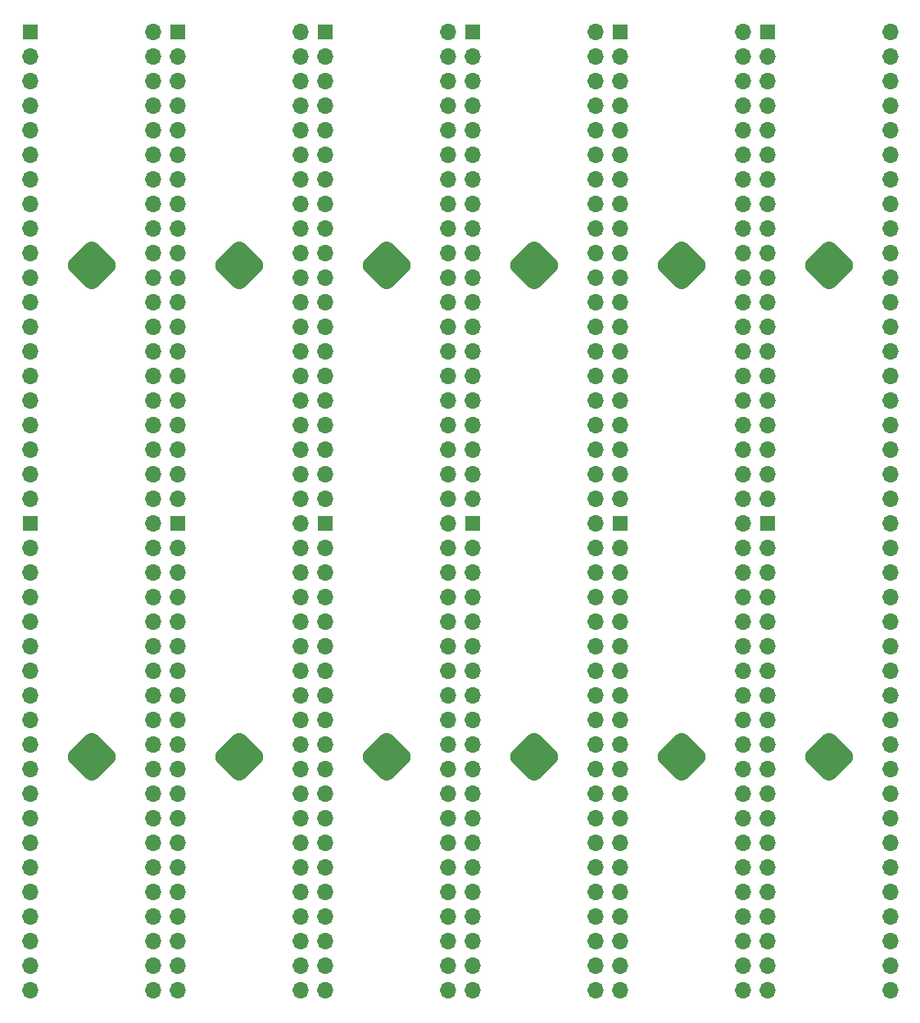
<source format=gbl>
%TF.GenerationSoftware,KiCad,Pcbnew,7.0.6*%
%TF.CreationDate,2023-08-27T21:43:50+09:00*%
%TF.ProjectId,QFN40_6x6_DIP_panelized,51464e34-305f-4367-9836-5f4449505f70,rev?*%
%TF.SameCoordinates,Original*%
%TF.FileFunction,Copper,L2,Bot*%
%TF.FilePolarity,Positive*%
%FSLAX46Y46*%
G04 Gerber Fmt 4.6, Leading zero omitted, Abs format (unit mm)*
G04 Created by KiCad (PCBNEW 7.0.6) date 2023-08-27 21:43:50*
%MOMM*%
%LPD*%
G01*
G04 APERTURE LIST*
G04 Aperture macros list*
%AMRoundRect*
0 Rectangle with rounded corners*
0 $1 Rounding radius*
0 $2 $3 $4 $5 $6 $7 $8 $9 X,Y pos of 4 corners*
0 Add a 4 corners polygon primitive as box body*
4,1,4,$2,$3,$4,$5,$6,$7,$8,$9,$2,$3,0*
0 Add four circle primitives for the rounded corners*
1,1,$1+$1,$2,$3*
1,1,$1+$1,$4,$5*
1,1,$1+$1,$6,$7*
1,1,$1+$1,$8,$9*
0 Add four rect primitives between the rounded corners*
20,1,$1+$1,$2,$3,$4,$5,0*
20,1,$1+$1,$4,$5,$6,$7,0*
20,1,$1+$1,$6,$7,$8,$9,0*
20,1,$1+$1,$8,$9,$2,$3,0*%
G04 Aperture macros list end*
%TA.AperFunction,ComponentPad*%
%ADD10R,1.600000X1.600000*%
%TD*%
%TA.AperFunction,ComponentPad*%
%ADD11O,1.700000X1.700000*%
%TD*%
%TA.AperFunction,ComponentPad*%
%ADD12RoundRect,0.800000X-1.697056X0.000000X0.000000X-1.697056X1.697056X0.000000X0.000000X1.697056X0*%
%TD*%
G04 APERTURE END LIST*
D10*
X114300000Y-96520000D03*
D11*
X114300000Y-99060000D03*
X114300000Y-101600000D03*
X114300000Y-104140000D03*
X114300000Y-106680000D03*
X114300000Y-109220000D03*
X114300000Y-111760000D03*
X114300000Y-114300000D03*
X114300000Y-116840000D03*
X114300000Y-119380000D03*
X114300000Y-121920000D03*
X114300000Y-124460000D03*
X114300000Y-127000000D03*
X114300000Y-129540000D03*
X114300000Y-132080000D03*
X114300000Y-134620000D03*
X114300000Y-137160000D03*
X114300000Y-139700000D03*
X114300000Y-142240000D03*
X114300000Y-144780000D03*
X127000000Y-96520000D03*
X127000000Y-99060000D03*
X127000000Y-101600000D03*
X127000000Y-104140000D03*
X127000000Y-106680000D03*
X127000000Y-109220000D03*
X127000000Y-111760000D03*
X127000000Y-114300000D03*
X127000000Y-116840000D03*
X127000000Y-119380000D03*
X127000000Y-121920000D03*
X127000000Y-124460000D03*
X127000000Y-127000000D03*
X127000000Y-129540000D03*
X127000000Y-132080000D03*
X127000000Y-134620000D03*
X127000000Y-137160000D03*
X127000000Y-139700000D03*
X127000000Y-142240000D03*
X127000000Y-144780000D03*
D10*
X129540000Y-96520000D03*
D11*
X129540000Y-99060000D03*
X129540000Y-101600000D03*
X129540000Y-104140000D03*
X129540000Y-106680000D03*
X129540000Y-109220000D03*
X129540000Y-111760000D03*
X129540000Y-114300000D03*
X129540000Y-116840000D03*
X129540000Y-119380000D03*
X129540000Y-121920000D03*
X129540000Y-124460000D03*
X129540000Y-127000000D03*
X129540000Y-129540000D03*
X129540000Y-132080000D03*
X129540000Y-134620000D03*
X129540000Y-137160000D03*
X129540000Y-139700000D03*
X129540000Y-142240000D03*
X129540000Y-144780000D03*
X142240000Y-96520000D03*
X142240000Y-99060000D03*
X142240000Y-101600000D03*
X142240000Y-104140000D03*
X142240000Y-106680000D03*
X142240000Y-109220000D03*
X142240000Y-111760000D03*
X142240000Y-114300000D03*
X142240000Y-116840000D03*
X142240000Y-119380000D03*
X142240000Y-121920000D03*
X142240000Y-124460000D03*
X142240000Y-127000000D03*
X142240000Y-129540000D03*
X142240000Y-132080000D03*
X142240000Y-134620000D03*
X142240000Y-137160000D03*
X142240000Y-139700000D03*
X142240000Y-142240000D03*
X142240000Y-144780000D03*
D12*
X105410000Y-120650000D03*
D10*
X99060000Y-96520000D03*
D11*
X99060000Y-99060000D03*
X99060000Y-101600000D03*
X99060000Y-104140000D03*
X99060000Y-106680000D03*
X99060000Y-109220000D03*
X99060000Y-111760000D03*
X99060000Y-114300000D03*
X99060000Y-116840000D03*
X99060000Y-119380000D03*
X99060000Y-121920000D03*
X99060000Y-124460000D03*
X99060000Y-127000000D03*
X99060000Y-129540000D03*
X99060000Y-132080000D03*
X99060000Y-134620000D03*
X99060000Y-137160000D03*
X99060000Y-139700000D03*
X99060000Y-142240000D03*
X99060000Y-144780000D03*
X81280000Y-96520000D03*
X81280000Y-99060000D03*
X81280000Y-101600000D03*
X81280000Y-104140000D03*
X81280000Y-106680000D03*
X81280000Y-109220000D03*
X81280000Y-111760000D03*
X81280000Y-114300000D03*
X81280000Y-116840000D03*
X81280000Y-119380000D03*
X81280000Y-121920000D03*
X81280000Y-124460000D03*
X81280000Y-127000000D03*
X81280000Y-129540000D03*
X81280000Y-132080000D03*
X81280000Y-134620000D03*
X81280000Y-137160000D03*
X81280000Y-139700000D03*
X81280000Y-142240000D03*
X81280000Y-144780000D03*
D10*
X68580000Y-96520000D03*
D11*
X68580000Y-99060000D03*
X68580000Y-101600000D03*
X68580000Y-104140000D03*
X68580000Y-106680000D03*
X68580000Y-109220000D03*
X68580000Y-111760000D03*
X68580000Y-114300000D03*
X68580000Y-116840000D03*
X68580000Y-119380000D03*
X68580000Y-121920000D03*
X68580000Y-124460000D03*
X68580000Y-127000000D03*
X68580000Y-129540000D03*
X68580000Y-132080000D03*
X68580000Y-134620000D03*
X68580000Y-137160000D03*
X68580000Y-139700000D03*
X68580000Y-142240000D03*
X68580000Y-144780000D03*
D12*
X90170000Y-120650000D03*
D11*
X96520000Y-96520000D03*
X96520000Y-99060000D03*
X96520000Y-101600000D03*
X96520000Y-104140000D03*
X96520000Y-106680000D03*
X96520000Y-109220000D03*
X96520000Y-111760000D03*
X96520000Y-114300000D03*
X96520000Y-116840000D03*
X96520000Y-119380000D03*
X96520000Y-121920000D03*
X96520000Y-124460000D03*
X96520000Y-127000000D03*
X96520000Y-129540000D03*
X96520000Y-132080000D03*
X96520000Y-134620000D03*
X96520000Y-137160000D03*
X96520000Y-139700000D03*
X96520000Y-142240000D03*
X96520000Y-144780000D03*
D10*
X53340000Y-96520000D03*
D11*
X53340000Y-99060000D03*
X53340000Y-101600000D03*
X53340000Y-104140000D03*
X53340000Y-106680000D03*
X53340000Y-109220000D03*
X53340000Y-111760000D03*
X53340000Y-114300000D03*
X53340000Y-116840000D03*
X53340000Y-119380000D03*
X53340000Y-121920000D03*
X53340000Y-124460000D03*
X53340000Y-127000000D03*
X53340000Y-129540000D03*
X53340000Y-132080000D03*
X53340000Y-134620000D03*
X53340000Y-137160000D03*
X53340000Y-139700000D03*
X53340000Y-142240000D03*
X53340000Y-144780000D03*
D12*
X74930000Y-120650000D03*
D11*
X66040000Y-96520000D03*
X66040000Y-99060000D03*
X66040000Y-101600000D03*
X66040000Y-104140000D03*
X66040000Y-106680000D03*
X66040000Y-109220000D03*
X66040000Y-111760000D03*
X66040000Y-114300000D03*
X66040000Y-116840000D03*
X66040000Y-119380000D03*
X66040000Y-121920000D03*
X66040000Y-124460000D03*
X66040000Y-127000000D03*
X66040000Y-129540000D03*
X66040000Y-132080000D03*
X66040000Y-134620000D03*
X66040000Y-137160000D03*
X66040000Y-139700000D03*
X66040000Y-142240000D03*
X66040000Y-144780000D03*
X111760000Y-96520000D03*
X111760000Y-99060000D03*
X111760000Y-101600000D03*
X111760000Y-104140000D03*
X111760000Y-106680000D03*
X111760000Y-109220000D03*
X111760000Y-111760000D03*
X111760000Y-114300000D03*
X111760000Y-116840000D03*
X111760000Y-119380000D03*
X111760000Y-121920000D03*
X111760000Y-124460000D03*
X111760000Y-127000000D03*
X111760000Y-129540000D03*
X111760000Y-132080000D03*
X111760000Y-134620000D03*
X111760000Y-137160000D03*
X111760000Y-139700000D03*
X111760000Y-142240000D03*
X111760000Y-144780000D03*
D10*
X83820000Y-96520000D03*
D11*
X83820000Y-99060000D03*
X83820000Y-101600000D03*
X83820000Y-104140000D03*
X83820000Y-106680000D03*
X83820000Y-109220000D03*
X83820000Y-111760000D03*
X83820000Y-114300000D03*
X83820000Y-116840000D03*
X83820000Y-119380000D03*
X83820000Y-121920000D03*
X83820000Y-124460000D03*
X83820000Y-127000000D03*
X83820000Y-129540000D03*
X83820000Y-132080000D03*
X83820000Y-134620000D03*
X83820000Y-137160000D03*
X83820000Y-139700000D03*
X83820000Y-142240000D03*
X83820000Y-144780000D03*
D12*
X135890000Y-120650000D03*
X120650000Y-120650000D03*
X59690000Y-120650000D03*
D10*
X129540000Y-45720000D03*
D11*
X129540000Y-48260000D03*
X129540000Y-50800000D03*
X129540000Y-53340000D03*
X129540000Y-55880000D03*
X129540000Y-58420000D03*
X129540000Y-60960000D03*
X129540000Y-63500000D03*
X129540000Y-66040000D03*
X129540000Y-68580000D03*
X129540000Y-71120000D03*
X129540000Y-73660000D03*
X129540000Y-76200000D03*
X129540000Y-78740000D03*
X129540000Y-81280000D03*
X129540000Y-83820000D03*
X129540000Y-86360000D03*
X129540000Y-88900000D03*
X129540000Y-91440000D03*
X129540000Y-93980000D03*
X142240000Y-45720000D03*
X142240000Y-48260000D03*
X142240000Y-50800000D03*
X142240000Y-53340000D03*
X142240000Y-55880000D03*
X142240000Y-58420000D03*
X142240000Y-60960000D03*
X142240000Y-63500000D03*
X142240000Y-66040000D03*
X142240000Y-68580000D03*
X142240000Y-71120000D03*
X142240000Y-73660000D03*
X142240000Y-76200000D03*
X142240000Y-78740000D03*
X142240000Y-81280000D03*
X142240000Y-83820000D03*
X142240000Y-86360000D03*
X142240000Y-88900000D03*
X142240000Y-91440000D03*
X142240000Y-93980000D03*
D12*
X135890000Y-69850000D03*
X120650000Y-69850000D03*
D10*
X114300000Y-45720000D03*
D11*
X114300000Y-48260000D03*
X114300000Y-50800000D03*
X114300000Y-53340000D03*
X114300000Y-55880000D03*
X114300000Y-58420000D03*
X114300000Y-60960000D03*
X114300000Y-63500000D03*
X114300000Y-66040000D03*
X114300000Y-68580000D03*
X114300000Y-71120000D03*
X114300000Y-73660000D03*
X114300000Y-76200000D03*
X114300000Y-78740000D03*
X114300000Y-81280000D03*
X114300000Y-83820000D03*
X114300000Y-86360000D03*
X114300000Y-88900000D03*
X114300000Y-91440000D03*
X114300000Y-93980000D03*
X127000000Y-45720000D03*
X127000000Y-48260000D03*
X127000000Y-50800000D03*
X127000000Y-53340000D03*
X127000000Y-55880000D03*
X127000000Y-58420000D03*
X127000000Y-60960000D03*
X127000000Y-63500000D03*
X127000000Y-66040000D03*
X127000000Y-68580000D03*
X127000000Y-71120000D03*
X127000000Y-73660000D03*
X127000000Y-76200000D03*
X127000000Y-78740000D03*
X127000000Y-81280000D03*
X127000000Y-83820000D03*
X127000000Y-86360000D03*
X127000000Y-88900000D03*
X127000000Y-91440000D03*
X127000000Y-93980000D03*
D12*
X105410000Y-69850000D03*
D11*
X111760000Y-45720000D03*
X111760000Y-48260000D03*
X111760000Y-50800000D03*
X111760000Y-53340000D03*
X111760000Y-55880000D03*
X111760000Y-58420000D03*
X111760000Y-60960000D03*
X111760000Y-63500000D03*
X111760000Y-66040000D03*
X111760000Y-68580000D03*
X111760000Y-71120000D03*
X111760000Y-73660000D03*
X111760000Y-76200000D03*
X111760000Y-78740000D03*
X111760000Y-81280000D03*
X111760000Y-83820000D03*
X111760000Y-86360000D03*
X111760000Y-88900000D03*
X111760000Y-91440000D03*
X111760000Y-93980000D03*
D10*
X99060000Y-45720000D03*
D11*
X99060000Y-48260000D03*
X99060000Y-50800000D03*
X99060000Y-53340000D03*
X99060000Y-55880000D03*
X99060000Y-58420000D03*
X99060000Y-60960000D03*
X99060000Y-63500000D03*
X99060000Y-66040000D03*
X99060000Y-68580000D03*
X99060000Y-71120000D03*
X99060000Y-73660000D03*
X99060000Y-76200000D03*
X99060000Y-78740000D03*
X99060000Y-81280000D03*
X99060000Y-83820000D03*
X99060000Y-86360000D03*
X99060000Y-88900000D03*
X99060000Y-91440000D03*
X99060000Y-93980000D03*
X96520000Y-45720000D03*
X96520000Y-48260000D03*
X96520000Y-50800000D03*
X96520000Y-53340000D03*
X96520000Y-55880000D03*
X96520000Y-58420000D03*
X96520000Y-60960000D03*
X96520000Y-63500000D03*
X96520000Y-66040000D03*
X96520000Y-68580000D03*
X96520000Y-71120000D03*
X96520000Y-73660000D03*
X96520000Y-76200000D03*
X96520000Y-78740000D03*
X96520000Y-81280000D03*
X96520000Y-83820000D03*
X96520000Y-86360000D03*
X96520000Y-88900000D03*
X96520000Y-91440000D03*
X96520000Y-93980000D03*
D10*
X83820000Y-45720000D03*
D11*
X83820000Y-48260000D03*
X83820000Y-50800000D03*
X83820000Y-53340000D03*
X83820000Y-55880000D03*
X83820000Y-58420000D03*
X83820000Y-60960000D03*
X83820000Y-63500000D03*
X83820000Y-66040000D03*
X83820000Y-68580000D03*
X83820000Y-71120000D03*
X83820000Y-73660000D03*
X83820000Y-76200000D03*
X83820000Y-78740000D03*
X83820000Y-81280000D03*
X83820000Y-83820000D03*
X83820000Y-86360000D03*
X83820000Y-88900000D03*
X83820000Y-91440000D03*
X83820000Y-93980000D03*
D12*
X90170000Y-69850000D03*
D10*
X68580000Y-45720000D03*
D11*
X68580000Y-48260000D03*
X68580000Y-50800000D03*
X68580000Y-53340000D03*
X68580000Y-55880000D03*
X68580000Y-58420000D03*
X68580000Y-60960000D03*
X68580000Y-63500000D03*
X68580000Y-66040000D03*
X68580000Y-68580000D03*
X68580000Y-71120000D03*
X68580000Y-73660000D03*
X68580000Y-76200000D03*
X68580000Y-78740000D03*
X68580000Y-81280000D03*
X68580000Y-83820000D03*
X68580000Y-86360000D03*
X68580000Y-88900000D03*
X68580000Y-91440000D03*
X68580000Y-93980000D03*
X81280000Y-45720000D03*
X81280000Y-48260000D03*
X81280000Y-50800000D03*
X81280000Y-53340000D03*
X81280000Y-55880000D03*
X81280000Y-58420000D03*
X81280000Y-60960000D03*
X81280000Y-63500000D03*
X81280000Y-66040000D03*
X81280000Y-68580000D03*
X81280000Y-71120000D03*
X81280000Y-73660000D03*
X81280000Y-76200000D03*
X81280000Y-78740000D03*
X81280000Y-81280000D03*
X81280000Y-83820000D03*
X81280000Y-86360000D03*
X81280000Y-88900000D03*
X81280000Y-91440000D03*
X81280000Y-93980000D03*
D12*
X74930000Y-69850000D03*
D10*
X53340000Y-45720000D03*
D11*
X53340000Y-48260000D03*
X53340000Y-50800000D03*
X53340000Y-53340000D03*
X53340000Y-55880000D03*
X53340000Y-58420000D03*
X53340000Y-60960000D03*
X53340000Y-63500000D03*
X53340000Y-66040000D03*
X53340000Y-68580000D03*
X53340000Y-71120000D03*
X53340000Y-73660000D03*
X53340000Y-76200000D03*
X53340000Y-78740000D03*
X53340000Y-81280000D03*
X53340000Y-83820000D03*
X53340000Y-86360000D03*
X53340000Y-88900000D03*
X53340000Y-91440000D03*
X53340000Y-93980000D03*
X66040000Y-45720000D03*
X66040000Y-48260000D03*
X66040000Y-50800000D03*
X66040000Y-53340000D03*
X66040000Y-55880000D03*
X66040000Y-58420000D03*
X66040000Y-60960000D03*
X66040000Y-63500000D03*
X66040000Y-66040000D03*
X66040000Y-68580000D03*
X66040000Y-71120000D03*
X66040000Y-73660000D03*
X66040000Y-76200000D03*
X66040000Y-78740000D03*
X66040000Y-81280000D03*
X66040000Y-83820000D03*
X66040000Y-86360000D03*
X66040000Y-88900000D03*
X66040000Y-91440000D03*
X66040000Y-93980000D03*
D12*
X59690000Y-69850000D03*
M02*

</source>
